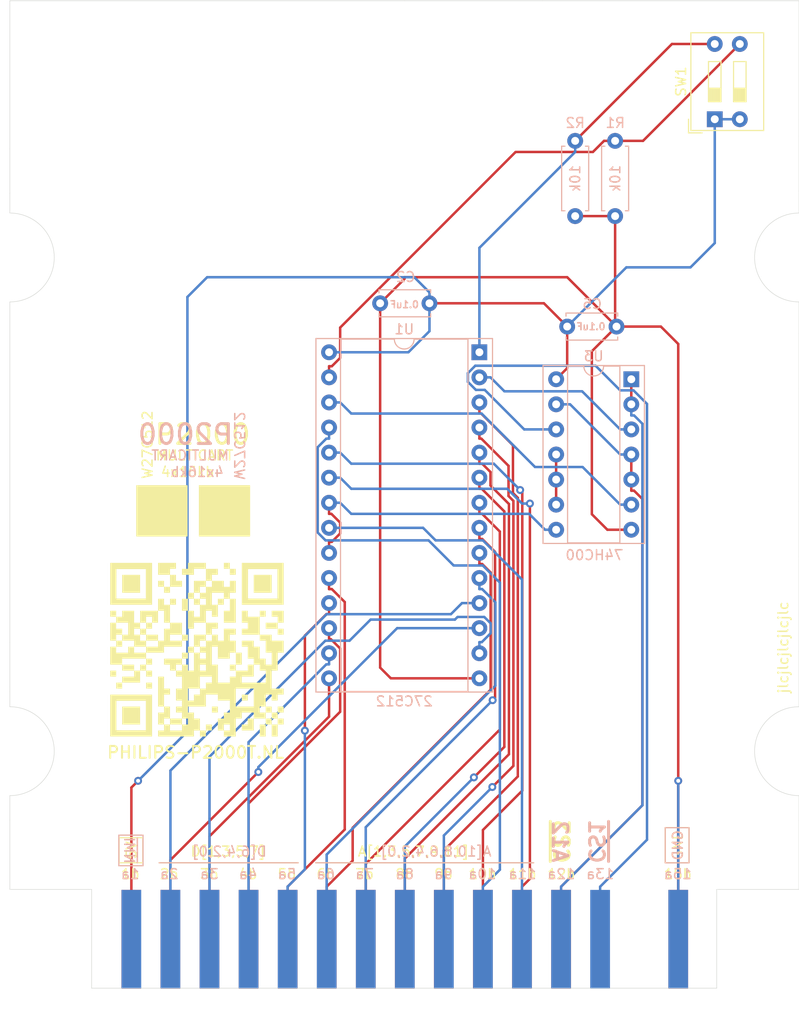
<source format=kicad_pcb>
(kicad_pcb (version 20221018) (generator pcbnew)
  (layers (0 "F.Cu" signal) (31 "B.Cu" signal) (34 "B.Paste" user) (35 "F.Paste" user) (36 "B.SilkS" user "B.Silkscreen") (37 "F.SilkS" user "F.Silkscreen") (38 "B.Mask" user) (39 "F.Mask" user) (44 "Edge.Cuts" user))
  (net 0 "")
  (net 1 "GND")
  (net 2 "+5V")
  (net 3 "D1")
  (net 4 "D3")
  (net 5 "D5")
  (net 6 "D7")
  (net 7 "A1")
  (net 8 "A3")
  (net 9 "A5")
  (net 10 "A7")
  (net 11 "A9")
  (net 12 "A11")
  (net 13 "A12")
  (net 14 "A10")
  (net 15 "A8")
  (net 16 "A6")
  (net 17 "A4")
  (net 18 "A2")
  (net 19 "A0")
  (net 20 "D6")
  (net 21 "D4")
  (net 22 "D2")
  (net 23 "D0")
  (net 24 "~{CARSEL1}")
  (net 25 "~{CARSEL2}")
  (net 26 "A12C")
  (net 27 "A14")
  (net 28 "A15")
  (net 29 "A13")
  (net 30 "~{CS}")
  (net 31 "~{NMI}")
  (net 32 "Net-(U3-Pad10)")
  (footprint "Button_Switch_THT:SW_DIP_SPSTx02_Slide_9.78x7.26mm_W7.62mm_P2.54mm" (layer "F.Cu") (at 114.607 56.145 90)
    (fp_text reference "SW1" (at 3.81 -3.42 90) (layer "F.SilkS"))
    (fp_text value "SW_DIP_x02")
    (pad "1" thru_hole rect (at 0 0 90) (size 1.6 1.6) (drill 0.8) (layers "*.Cu" "*.Mask") (net 2 "+5V"))
    (pad "2" thru_hole oval (at 0 2.54 90) (size 1.6 1.6) (drill 0.8) (layers "*.Cu" "*.Mask") (net 2 "+5V"))
    (pad "3" thru_hole oval (at 7.62 2.54 90) (size 1.6 1.6) (drill 0.8) (layers "*.Cu" "*.Mask") (net 27 "A14"))
    (pad "4" thru_hole oval (at 7.62 0 90) (size 1.6 1.6) (drill 0.8) (layers "*.Cu" "*.Mask") (net 28 "A15"))
  )
  (footprint "libs:qrcode" (layer "F.Cu") (at 62.103 109.855)
    (fp_text reference "G***" hide)
    (fp_text value "LOGO" hide)
  )
  (footprint "Package_DIP:DIP-14_W7.62mm_Socket" (layer "B.Cu") (at 106.147 82.477 180)
    (fp_text reference "U3" (at 3.81 2.33 180) (layer "B.SilkS") (effects (justify mirror)))
    (fp_text value "74HC00" (at 3.738 -17.808) (layer "B.SilkS") (effects (justify mirror)))
    (pad "1" thru_hole rect (at 0 0 180) (size 1.6 1.6) (drill 0.8) (layers "*.Cu" "*.Mask") (net 26 "A12C"))
    (pad "2" thru_hole oval (at 0 -2.54 180) (size 1.6 1.6) (drill 0.8) (layers "*.Cu" "*.Mask") (net 26 "A12C"))
    (pad "3" thru_hole oval (at 0 -5.08 180) (size 1.6 1.6) (drill 0.8) (layers "*.Cu" "*.Mask") (net 13 "A12"))
    (pad "4" thru_hole oval (at 0 -7.62 180) (size 1.6 1.6) (drill 0.8) (layers "*.Cu" "*.Mask") (net 25 "~{CARSEL2}"))
    (pad "5" thru_hole oval (at 0 -10.16 180) (size 1.6 1.6) (drill 0.8) (layers "*.Cu" "*.Mask") (net 25 "~{CARSEL2}"))
    (pad "6" thru_hole oval (at 0 -12.7 180) (size 1.6 1.6) (drill 0.8) (layers "*.Cu" "*.Mask") (net 29 "A13"))
    (pad "7" thru_hole oval (at 0 -15.24 180) (size 1.6 1.6) (drill 0.8) (layers "*.Cu" "*.Mask") (net 1 "GND"))
    (pad "8" thru_hole oval (at 7.62 -15.24 180) (size 1.6 1.6) (drill 0.8) (layers "*.Cu" "*.Mask") (net 30 "~{CS}"))
    (pad "9" thru_hole oval (at 7.62 -12.7 180) (size 1.6 1.6) (drill 0.8) (layers "*.Cu" "*.Mask") (net 32 "Net-(U3-Pad10)"))
    (pad "10" thru_hole oval (at 7.62 -10.16 180) (size 1.6 1.6) (drill 0.8) (layers "*.Cu" "*.Mask") (net 32 "Net-(U3-Pad10)"))
    (pad "11" thru_hole oval (at 7.62 -7.62 180) (size 1.6 1.6) (drill 0.8) (layers "*.Cu" "*.Mask") (net 32 "Net-(U3-Pad10)"))
    (pad "12" thru_hole oval (at 7.62 -5.08 180) (size 1.6 1.6) (drill 0.8) (layers "*.Cu" "*.Mask") (net 24 "~{CARSEL1}"))
    (pad "13" thru_hole oval (at 7.62 -2.54 180) (size 1.6 1.6) (drill 0.8) (layers "*.Cu" "*.Mask") (net 25 "~{CARSEL2}"))
    (pad "14" thru_hole oval (at 7.62 0 180) (size 1.6 1.6) (drill 0.8) (layers "*.Cu" "*.Mask") (net 2 "+5V"))
  )
  (footprint "Capacitor_THT:C_Disc_D5.0mm_W2.5mm_P5.00mm" (layer "B.Cu") (at 99.647 77.143)
    (fp_text reference "C5" (at 2.54 -2.286 180) (layer "B.SilkS") (effects (justify mirror)))
    (fp_text value "0.1uF" (at 2.413 0) (layer "B.SilkS") (effects (font (size 0.7 0.7)) (justify mirror)))
    (pad "1" thru_hole circle (at 0 0) (size 1.6 1.6) (drill 0.8) (layers "*.Cu" "*.Mask") (net 2 "+5V"))
    (pad "2" thru_hole circle (at 5 0) (size 1.6 1.6) (drill 0.8) (layers "*.Cu" "*.Mask") (net 1 "GND"))
  )
  (footprint "Capacitor_THT:C_Disc_D5.0mm_W2.5mm_P5.00mm" (layer "B.Cu") (at 85.685 74.785 180)
    (fp_text reference "C2" (at 2.413 2.667 180) (layer "B.SilkS") (effects (justify mirror)))
    (fp_text value "0.1uF" (at 2.54 -0.127) (layer "B.SilkS") (effects (font (size 0.7 0.7)) (justify mirror)))
    (pad "1" thru_hole circle (at 0 0 180) (size 1.6 1.6) (drill 0.8) (layers "*.Cu" "*.Mask") (net 2 "+5V"))
    (pad "2" thru_hole circle (at 5 0 180) (size 1.6 1.6) (drill 0.8) (layers "*.Cu" "*.Mask") (net 1 "GND"))
  )
  (footprint "p2000t_cartridge:p2000t_cartridge_edge" (layer "B.Cu") (at 83.185 139.192)
    (fp_text reference "J1")
    (fp_text value "P2000T_cartridge_edge")
    (pad "1a" smd rect (at -27.72 0) (size 2 10) (layers "B.Cu" "B.Paste" "B.Mask") (net 31 "~{NMI}"))
    (pad "1b" smd rect (at -27.72 0) (size 2 10) (layers "F.Cu" "F.Paste" "F.Mask") (net 2 "+5V"))
    (pad "2a" smd rect (at -23.76 0) (size 2 10) (layers "B.Cu" "B.Paste" "B.Mask") (net 23 "D0"))
    (pad "2b" smd rect (at -23.76 0) (size 2 10) (layers "F.Cu" "F.Paste" "F.Mask") (net 3 "D1"))
    (pad "3a" smd rect (at -19.8 0) (size 2 10) (layers "B.Cu" "B.Paste" "B.Mask") (net 22 "D2"))
    (pad "3b" smd rect (at -19.8 0) (size 2 10) (layers "F.Cu" "F.Paste" "F.Mask") (net 4 "D3"))
    (pad "4a" smd rect (at -15.84 0) (size 2 10) (layers "B.Cu" "B.Paste" "B.Mask") (net 21 "D4"))
    (pad "4b" smd rect (at -15.84 0) (size 2 10) (layers "F.Cu" "F.Paste" "F.Mask") (net 5 "D5"))
    (pad "5a" smd rect (at -11.88 0) (size 2 10) (layers "B.Cu" "B.Paste" "B.Mask") (net 20 "D6"))
    (pad "5b" smd rect (at -11.88 0) (size 2 10) (layers "F.Cu" "F.Paste" "F.Mask") (net 6 "D7"))
    (pad "6a" smd rect (at -7.92 0) (size 2 10) (layers "B.Cu" "B.Paste" "B.Mask") (net 19 "A0"))
    (pad "6b" smd rect (at -7.92 0) (size 2 10) (layers "F.Cu" "F.Paste" "F.Mask") (net 7 "A1"))
    (pad "7a" smd rect (at -3.96 0) (size 2 10) (layers "B.Cu" "B.Paste" "B.Mask") (net 18 "A2"))
    (pad "7b" smd rect (at -3.96 0) (size 2 10) (layers "F.Cu" "F.Paste" "F.Mask") (net 8 "A3"))
    (pad "8a" smd rect (at 0 0) (size 2 10) (layers "B.Cu" "B.Paste" "B.Mask") (net 17 "A4"))
    (pad "8b" smd rect (at 0 0) (size 2 10) (layers "F.Cu" "F.Paste" "F.Mask") (net 9 "A5"))
    (pad "9a" smd rect (at 3.96 0) (size 2 10) (layers "B.Cu" "B.Paste" "B.Mask") (net 16 "A6"))
    (pad "9b" smd rect (at 3.96 0) (size 2 10) (layers "F.Cu" "F.Paste" "F.Mask") (net 10 "A7"))
    (pad "10a" smd rect (at 7.92 0) (size 2 10) (layers "B.Cu" "B.Paste" "B.Mask") (net 15 "A8"))
    (pad "10b" smd rect (at 7.92 0) (size 2 10) (layers "F.Cu" "F.Paste" "F.Mask") (net 11 "A9"))
    (pad "11a" smd rect (at 11.88 0) (size 2 10) (layers "B.Cu" "B.Paste" "B.Mask") (net 14 "A10"))
    (pad "11b" smd rect (at 11.88 0) (size 2 10) (layers "F.Cu" "F.Paste" "F.Mask") (net 12 "A11"))
    (pad "12a" smd rect (at 15.84 0) (size 2 10) (layers "B.Cu" "B.Paste" "B.Mask") (net 26 "A12C"))
    (pad "12b" smd rect (at 15.84 0) (size 2 10) (layers "F.Cu" "F.Paste" "F.Mask") (net 25 "~{CARSEL2}"))
    (pad "13a" smd rect (at 19.8 0) (size 2 10) (layers "B.Cu" "B.Paste" "B.Mask") (net 24 "~{CARSEL1}"))
    (pad "15a" smd rect (at 27.72 0) (size 2 10) (layers "B.Cu" "B.Paste" "B.Mask") (net 1 "GND"))
    (pad "15b" smd rect (at 27.72 0) (size 2 10) (layers "F.Cu" "F.Paste" "F.Mask") (net 1 "GND"))
  )
  (footprint "Resistor_THT:R_Axial_DIN0207_L6.3mm_D2.5mm_P7.62mm_Horizontal" (layer "B.Cu") (at 100.457 65.955 90)
    (fp_text reference "R2" (at 9.44 0 180) (layer "B.SilkS") (effects (justify mirror)))
    (fp_text value "10k" (at 3.81 0 90) (layer "B.SilkS") (effects (justify mirror)))
    (pad "1" thru_hole circle (at 0 0 90) (size 1.6 1.6) (drill 0.8) (layers "*.Cu" "*.Mask") (net 1 "GND"))
    (pad "2" thru_hole oval (at 7.62 0 90) (size 1.6 1.6) (drill 0.8) (layers "*.Cu" "*.Mask") (net 28 "A15"))
  )
  (footprint "Resistor_THT:R_Axial_DIN0207_L6.3mm_D2.5mm_P7.62mm_Horizontal" (layer "B.Cu") (at 104.507 65.955 90)
    (fp_text reference "R1" (at 9.44 0.014 180) (layer "B.SilkS") (effects (justify mirror)))
    (fp_text value "10k" (at 3.81 0.014 90) (layer "B.SilkS") (effects (justify mirror)))
    (pad "1" thru_hole circle (at 0 0 90) (size 1.6 1.6) (drill 0.8) (layers "*.Cu" "*.Mask") (net 1 "GND"))
    (pad "2" thru_hole oval (at 7.62 0 90) (size 1.6 1.6) (drill 0.8) (layers "*.Cu" "*.Mask") (net 27 "A14"))
  )
  (footprint "Package_DIP:DIP-28_W15.24mm_Socket" (layer "B.Cu") (at 90.747 79.745 180)
    (fp_text reference "U1" (at 7.62 2.33) (layer "B.SilkS") (effects (justify mirror)))
    (fp_text value "27C512" (at 7.62 -35.35) (layer "B.SilkS") (effects (justify mirror)))
    (pad "1" thru_hole rect (at 0 0 180) (size 1.6 1.6) (drill 0.8) (layers "*.Cu" "*.Mask") (net 28 "A15"))
    (pad "2" thru_hole oval (at 0 -2.54 180) (size 1.6 1.6) (drill 0.8) (layers "*.Cu" "*.Mask") (net 13 "A12"))
    (pad "3" thru_hole oval (at 0 -5.08 180) (size 1.6 1.6) (drill 0.8) (layers "*.Cu" "*.Mask") (net 10 "A7"))
    (pad "4" thru_hole oval (at 0 -7.62 180) (size 1.6 1.6) (drill 0.8) (layers "*.Cu" "*.Mask") (net 16 "A6"))
    (pad "5" thru_hole oval (at 0 -10.16 180) (size 1.6 1.6) (drill 0.8) (layers "*.Cu" "*.Mask") (net 9 "A5"))
    (pad "6" thru_hole oval (at 0 -12.7 180) (size 1.6 1.6) (drill 0.8) (layers "*.Cu" "*.Mask") (net 17 "A4"))
    (pad "7" thru_hole oval (at 0 -15.24 180) (size 1.6 1.6) (drill 0.8) (layers "*.Cu" "*.Mask") (net 8 "A3"))
    (pad "8" thru_hole oval (at 0 -17.78 180) (size 1.6 1.6) (drill 0.8) (layers "*.Cu" "*.Mask") (net 18 "A2"))
    (pad "9" thru_hole oval (at 0 -20.32 180) (size 1.6 1.6) (drill 0.8) (layers "*.Cu" "*.Mask") (net 7 "A1"))
    (pad "10" thru_hole oval (at 0 -22.86 180) (size 1.6 1.6) (drill 0.8) (layers "*.Cu" "*.Mask") (net 19 "A0"))
    (pad "11" thru_hole oval (at 0 -25.4 180) (size 1.6 1.6) (drill 0.8) (layers "*.Cu" "*.Mask") (net 23 "D0"))
    (pad "12" thru_hole oval (at 0 -27.94 180) (size 1.6 1.6) (drill 0.8) (layers "*.Cu" "*.Mask") (net 3 "D1"))
    (pad "13" thru_hole oval (at 0 -30.48 180) (size 1.6 1.6) (drill 0.8) (layers "*.Cu" "*.Mask") (net 22 "D2"))
    (pad "14" thru_hole oval (at 0 -33.02 180) (size 1.6 1.6) (drill 0.8) (layers "*.Cu" "*.Mask") (net 1 "GND"))
    (pad "15" thru_hole oval (at 15.24 -33.02 180) (size 1.6 1.6) (drill 0.8) (layers "*.Cu" "*.Mask") (net 4 "D3"))
    (pad "16" thru_hole oval (at 15.24 -30.48 180) (size 1.6 1.6) (drill 0.8) (layers "*.Cu" "*.Mask") (net 21 "D4"))
    (pad "17" thru_hole oval (at 15.24 -27.94 180) (size 1.6 1.6) (drill 0.8) (layers "*.Cu" "*.Mask") (net 5 "D5"))
    (pad "18" thru_hole oval (at 15.24 -25.4 180) (size 1.6 1.6) (drill 0.8) (layers "*.Cu" "*.Mask") (net 20 "D6"))
    (pad "19" thru_hole oval (at 15.24 -22.86 180) (size 1.6 1.6) (drill 0.8) (layers "*.Cu" "*.Mask") (net 6 "D7"))
    (pad "20" thru_hole oval (at 15.24 -20.32 180) (size 1.6 1.6) (drill 0.8) (layers "*.Cu" "*.Mask") (net 30 "~{CS}"))
    (pad "21" thru_hole oval (at 15.24 -17.78 180) (size 1.6 1.6) (drill 0.8) (layers "*.Cu" "*.Mask") (net 14 "A10"))
    (pad "22" thru_hole oval (at 15.24 -15.24 180) (size 1.6 1.6) (drill 0.8) (layers "*.Cu" "*.Mask") (net 30 "~{CS}"))
    (pad "23" thru_hole oval (at 15.24 -12.7 180) (size 1.6 1.6) (drill 0.8) (layers "*.Cu" "*.Mask") (net 12 "A11"))
    (pad "24" thru_hole oval (at 15.24 -10.16 180) (size 1.6 1.6) (drill 0.8) (layers "*.Cu" "*.Mask") (net 11 "A9"))
    (pad "25" thru_hole oval (at 15.24 -7.62 180) (size 1.6 1.6) (drill 0.8) (layers "*.Cu" "*.Mask") (net 15 "A8"))
    (pad "26" thru_hole oval (at 15.24 -5.08 180) (size 1.6 1.6) (drill 0.8) (layers "*.Cu" "*.Mask") (net 29 "A13"))
    (pad "27" thru_hole oval (at 15.24 -2.54 180) (size 1.6 1.6) (drill 0.8) (layers "*.Cu" "*.Mask") (net 27 "A14"))
    (pad "28" thru_hole oval (at 15.24 0 180) (size 1.6 1.6) (drill 0.8) (layers "*.Cu" "*.Mask") (net 2 "+5V"))
  )
  (gr_line (start 96.251 131.445) (end 74.153 131.445) (stroke (width 0.12)) (layer "B.SilkS"))
  (gr_line (start 72.375 131.445) (end 58.278 131.445) (stroke (width 0.12)) (layer "B.SilkS"))
  (gr_line (start 54.197 131.745) (end 54.197 128.645) (stroke (width 0.12)) (layer "B.SilkS"))
  (gr_line (start 111.999 131.451) (end 109.586 131.451) (stroke (width 0.12)) (layer "B.SilkS"))
  (gr_line (start 111.999 127.895) (end 111.999 131.451) (stroke (width 0.12)) (layer "B.SilkS"))
  (gr_line (start 109.586 127.895) (end 111.999 127.895) (stroke (width 0.12)) (layer "B.SilkS"))
  (gr_line (start 109.586 131.451) (end 109.586 127.895) (stroke (width 0.12)) (layer "B.SilkS"))
  (gr_line (start 56.647 128.645) (end 56.647 131.745) (stroke (width 0.12)) (layer "B.SilkS"))
  (gr_line (start 56.647 131.745) (end 54.197 131.745) (stroke (width 0.12)) (layer "B.SilkS"))
  (gr_line (start 54.197 128.645) (end 56.647 128.645) (stroke (width 0.12)) (layer "B.SilkS"))
  (gr_line (start 54.214 128.905) (end 54.214 131.445) (stroke (width 0.12)) (layer "F.SilkS"))
  (gr_line (start 109.586 131.445) (end 111.999 131.445) (stroke (width 0.12)) (layer "F.SilkS"))
  (gr_line (start 109.586 127.889) (end 109.586 131.445) (stroke (width 0.12)) (layer "F.SilkS"))
  (gr_line (start 74.153 131.445) (end 96.251 131.445) (stroke (width 0.12)) (layer "F.SilkS"))
  (gr_line (start 58.278 131.445) (end 72.375 131.445) (stroke (width 0.12)) (layer "F.SilkS"))
  (gr_line (start 111.999 131.445) (end 111.999 127.889) (stroke (width 0.12)) (layer "F.SilkS"))
  (gr_line (start 56.627 131.445) (end 56.627 128.905) (stroke (width 0.12)) (layer "F.SilkS"))
  (gr_rect (start 62.367 93.265) (end 67.447 98.345) (stroke (width 0.12)) (fill solid) (layer "F.SilkS"))
  (gr_line (start 111.999 127.889) (end 109.586 127.889) (stroke (width 0.12)) (layer "F.SilkS"))
  (gr_line (start 54.214 131.445) (end 56.627 131.445) (stroke (width 0.12)) (layer "F.SilkS"))
  (gr_rect (start 56.017 93.265) (end 61.097 98.345) (stroke (width 0.12)) (fill solid) (layer "F.SilkS"))
  (gr_line (start 56.627 128.905) (end 54.214 128.905) (stroke (width 0.12)) (layer "F.SilkS"))
  (gr_line (start 43.147 63.645) (end 43.147 59.145) (stroke (width 0.05)) (layer "Edge.Cuts"))
  (gr_line (start 43.147 109.145) (end 43.147 113.645) (stroke (width 0.05)) (layer "Edge.Cuts"))
  (gr_arc (start 43.147 115.645) (mid 47.647 120.145) (end 43.147 124.645) (stroke (width 0.05)) (layer "Edge.Cuts"))
  (gr_line (start 43.147 114.145) (end 43.147 113.645) (stroke (width 0.05)) (layer "Edge.Cuts"))
  (gr_line (start 43.147 127.145) (end 43.147 124.645) (stroke (width 0.05)) (layer "Edge.Cuts"))
  (gr_line (start 43.147 115.645) (end 43.147 114.145) (stroke (width 0.05)) (layer "Edge.Cuts"))
  (gr_arc (start 43.147 65.645) (mid 47.647 70.145) (end 43.147 74.645) (stroke (width 0.05)) (layer "Edge.Cuts"))
  (gr_line (start 123.147 127.145) (end 123.147 124.645) (stroke (width 0.05)) (layer "Edge.Cuts"))
  (gr_line (start 43.147 109.145) (end 43.147 74.645) (stroke (width 0.05)) (layer "Edge.Cuts"))
  (gr_line (start 43.147 65.645) (end 43.147 63.645) (stroke (width 0.05)) (layer "Edge.Cuts"))
  (gr_line (start 123.147 134.145) (end 123.147 127.145) (stroke (width 0.05)) (layer "Edge.Cuts"))
  (gr_line (start 43.147 44.145) (end 43.147 59.145) (stroke (width 0.05)) (layer "Edge.Cuts"))
  (gr_line (start 43.147 134.145) (end 43.147 127.145) (stroke (width 0.05)) (layer "Edge.Cuts"))
  (gr_line (start 97.147 44.145) (end 83.147 44.145) (stroke (width 0.05)) (layer "Edge.Cuts"))
  (gr_line (start 123.147 74.745) (end 123.147 74.645) (stroke (width 0.05)) (layer "Edge.Cuts"))
  (gr_line (start 123.147 115.645) (end 123.147 110.045) (stroke (width 0.05)) (layer "Edge.Cuts"))
  (gr_line (start 123.147 100.457) (end 123.147001 94.845) (stroke (width 0.05)) (layer "Edge.Cuts"))
  (gr_line (start 123.147001 83.445001) (end 123.147 77.845) (stroke (width 0.05)) (layer "Edge.Cuts"))
  (gr_line (start 123.147 63.445) (end 123.147 57.845) (stroke (width 0.05)) (layer "Edge.Cuts"))
  (gr_line (start 114.808 134.145) (end 115.147 134.145) (stroke (width 0.05)) (layer "Edge.Cuts"))
  (gr_line (start 114.808 144.145) (end 51.435 144.145) (stroke (width 0.05)) (layer "Edge.Cuts"))
  (gr_line (start 51.147 134.145) (end 51.435 134.145) (stroke (width 0.05)) (layer "Edge.Cuts"))
  (gr_arc (start 123.147 74.645) (mid 118.647 70.145) (end 123.147 65.645) (stroke (width 0.05)) (layer "Edge.Cuts"))
  (gr_line (start 51.435 144.145) (end 51.435 134.145) (stroke (width 0.05)) (layer "Edge.Cuts"))
  (gr_line (start 97.147 44.145) (end 123.147 44.145) (stroke (width 0.05)) (layer "Edge.Cuts"))
  (gr_line (start 123.147 65.645) (end 123.147 63.445) (stroke (width 0.05)) (layer "Edge.Cuts"))
  (gr_line (start 123.147 74.745) (end 123.147 77.845) (stroke (width 0.05)) (layer "Edge.Cuts"))
  (gr_line (start 51.147 134.145) (end 43.147 134.145) (stroke (width 0.05)) (layer "Edge.Cuts"))
  (gr_line (start 83.147 44.145) (end 43.147 44.145) (stroke (width 0.05)) (layer "Edge.Cuts"))
  (gr_line (start 123.147 110.045) (end 123.147 100.457) (stroke (width 0.05)) (layer "Edge.Cuts"))
  (gr_line (start 114.808 144.145) (end 114.808 134.145) (stroke (width 0.05)) (layer "Edge.Cuts"))
  (gr_line (start 123.147001 83.445001) (end 123.147001 94.845) (stroke (width 0.05)) (layer "Edge.Cuts"))
  (gr_arc (start 123.147 124.645) (mid 118.647 120.145) (end 123.147 115.645) (stroke (width 0.05)) (layer "Edge.Cuts"))
  (gr_line (start 123.147 56.145) (end 123.147 57.845) (stroke (width 0.05)) (layer "Edge.Cuts"))
  (gr_line (start 115.147 134.145) (end 123.147 134.145) (stroke (width 0.05)) (layer "Edge.Cuts"))
  (gr_line (start 123.147 44.145) (end 123.147 56.145) (stroke (width 0.05)) (layer "Edge.Cuts"))
  (gr_text "15a" (at 110.856 132.588) (layer "B.SilkS") (effects (font (size 1 1)) (justify mirror)))
  (gr_text "~{CS1}" (at 102.601 129.286 -90) (layer "B.SilkS") (effects (font (size 1.5 1.5) (thickness 0.3)) (justify mirror)))
  (gr_text "A12" (at 98.918 129.286 -90) (layer "B.SilkS") (effects (font (size 1.5 1.5) (thickness 0.3)) (justify mirror)))
  (gr_text "A[10,8,6,4,2,0]" (at 86.345 130.302) (layer "B.SilkS") (effects (font (size 1 1)) (justify mirror)))
  (gr_text "D[6,4,2,0]" (at 65.39 130.302) (layer "B.SilkS") (effects (font (size 1 1)) (justify mirror)))
  (gr_text "1a" (at 55.344 132.588) (layer "B.SilkS") (effects (font (size 1 1)) (justify mirror)))
  (gr_text "~{NMI}" (at 55.247 130.195 270) (layer "B.SilkS") (effects (font (size 1 1)) (justify mirror)))
  (gr_text "GND" (at 110.856 129.673 90) (layer "B.SilkS") (effects (font (size 1 1)) (justify mirror)))
  (gr_text "P2000" (at 65.9654 88.071) (layer "B.SilkS") (effects (font (size 2 2) (thickness 0.3)) (justify left mirror)))
  (gr_text "4x16kb" (at 62.1338 91.8634) (layer "B.SilkS") (effects (font (size 1 1)) (justify mirror)))
  (gr_text "MULTICART" (at 61.4226 90.187) (layer "B.SilkS") (effects (font (size 1 1)) (justify mirror)))
  (gr_text "W27C512" (at 66.401 89.213 270) (layer "B.SilkS") (effects (font (size 1 1)) (justify mirror)))
  (gr_text "11a" (at 95.108 132.588) (layer "B.SilkS") (effects (font (size 1 1)) (justify mirror)))
  (gr_text "10a" (at 91.044 132.588) (layer "B.SilkS") (effects (font (size 1 1)) (justify mirror)))
  (gr_text "2a" (at 59.294 132.588) (layer "B.SilkS") (effects (font (size 1 1)) (justify mirror)))
  (gr_text "6a" (at 75.169 132.588) (layer "B.SilkS") (effects (font (size 1 1)) (justify mirror)))
  (gr_text "7a" (at 79.106 132.588) (layer "B.SilkS") (effects (font (size 1 1)) (justify mirror)))
  (gr_text "13a" (at 102.982 132.588) (layer "B.SilkS") (effects (font (size 1 1)) (justify mirror)))
  (gr_text "9a" (at 87.107 132.588) (layer "B.SilkS") (effects (font (size 1 1)) (justify mirror)))
  (gr_text "4a" (at 67.295 132.588) (layer "B.SilkS") (effects (font (size 1 1)) (justify mirror)))
  (gr_text "5a" (at 71.232 132.588) (layer "B.SilkS") (effects (font (size 1 1)) (justify mirror)))
  (gr_text "12a" (at 99.045 132.588) (layer "B.SilkS") (effects (font (size 1 1)) (justify mirror)))
  (gr_text "3a" (at 63.358 132.588) (layer "B.SilkS") (effects (font (size 1 1)) (justify mirror)))
  (gr_text "8a" (at 83.17 132.588) (layer "B.SilkS") (effects (font (size 1 1)) (justify mirror)))
  (gr_text "9b" (at 87.107 132.588) (layer "F.SilkS") (effects (font (size 1 1))))
  (gr_text "6b" (at 75.169 132.588) (layer "F.SilkS") (effects (font (size 1 1))))
  (gr_text "8b" (at 83.17 132.588) (layer "F.SilkS") (effects (font (size 1 1))))
  (gr_text "4b" (at 67.295 132.588) (layer "F.SilkS") (effects (font (size 1 1))))
  (gr_text "1b" (at 55.357 132.588) (layer "F.SilkS") (effects (font (size 1 1))))
  (gr_text "2b" (at 59.294 132.588) (layer "F.SilkS") (effects (font (size 1 1))))
  (gr_text "5b" (at 71.232 132.588) (layer "F.SilkS") (effects (font (size 1 1))))
  (gr_text "7b" (at 79.106 132.588) (layer "F.SilkS") (effects (font (size 1 1))))
  (gr_text "11b" (at 95.108 132.588) (layer "F.SilkS") (effects (font (size 1 1))))
  (gr_text "12b" (at 99.045 132.588) (layer "F.SilkS") (effects (font (size 1 1))))
  (gr_text "15b" (at 110.856 132.588) (layer "F.SilkS") (effects (font (size 1 1))))
  (gr_text "3b" (at 63.358 132.588) (layer "F.SilkS") (effects (font (size 1 1))))
  (gr_text "10b" (at 91.044 132.588) (layer "F.SilkS") (effects (font (size 1 1))))
  (gr_text "GND" (at 110.856 129.667 90) (layer "F.SilkS") (effects (font (size 1 1))))
  (gr_text "W27C512" (at 57.101 89.113 90) (layer "F.SilkS") (effects (font (size 1 1))))
  (gr_text "MULTICART" (at 61.8722 90.187) (layer "F.SilkS") (effects (font (size 1 1))))
  (gr_text "P2000" (at 57.688 88.062) (layer "F.SilkS") (effects (font (size 2 2) (thickness 0.3)) (justify left)))
  (gr_text "4x16kb" (at 61.161 91.8634) (layer "F.SilkS") (effects (font (size 1 1))))
  (gr_text "A[1,3,5,7,9,11]" (at 84.059 130.302) (layer "F.SilkS") (effects (font (size 1 1))))
  (gr_text "jlcjlcjlcjlcjlc" (at 121.547 109.645 90) (layer "F.SilkS") (effects (font (size 1 1))))
  (gr_text "~{CS2}" (at 99.172 129.286 90) (layer "F.SilkS") (effects (font (size 1.5 1.5) (thickness 0.3))))
  (gr_text "PHILIPS-P2000T.NL" (at 61.976 120.269) (layer "F.SilkS") (effects (font (size 1.2 1.2) (thickness 0.2))))
  (gr_text "5V" (at 55.484 130.175 90) (layer "F.SilkS") (effects (font (size 1 1))))
  (gr_text "D[1,3,5,7]" (at 65.263 130.302) (layer "F.SilkS") (effects (font (size 1 1))))
  (segment (start 81.767 112.765) (end 80.685 111.683) (width 0.25) (layer "F.Cu") (net 1))
  (segment (start 110.905 123.145) (end 110.905 78.903) (width 0.25) (layer "F.Cu") (net 1))
  (segment (start 83.147 72.145) (end 83.147 72.323) (width 0.25) (layer "F.Cu") (net 1))
  (segment (start 80.685 111.683) (end 80.685 74.785) (width 0.25) (layer "F.Cu") (net 1))
  (segment (start 110.905 139.192) (end 110.905 123.145) (width 0.25) (layer "F.Cu") (net 1))
  (segment (start 104.647 77.143) (end 102.147 79.643) (width 0.25) (layer "F.Cu") (net 1))
  (segment (start 102.147 79.643) (end 102.147 96.145) (width 0.25) (layer "F.Cu") (net 1))
  (segment (start 104.507 77.003) (end 104.647 77.143) (width 0.25) (layer "F.Cu") (net 1))
  (segment (start 103.719 97.717) (end 106.147 97.717) (width 0.25) (layer "F.Cu") (net 1))
  (segment (start 110.905 78.903) (end 109.145 77.143) (width 0.25) (layer "F.Cu") (net 1))
  (segment (start 102.147 96.145) (end 103.719 97.717) (width 0.25) (layer "F.Cu") (net 1))
  (segment (start 100.457 65.955) (end 104.507 65.955) (width 0.25) (layer "F.Cu") (net 1))
  (segment (start 104.507 65.955) (end 104.507 77.003) (width 0.25) (layer "F.Cu") (net 1))
  (segment (start 83.147 72.323) (end 80.685 74.785) (width 0.25) (layer "F.Cu") (net 1))
  (segment (start 109.145 77.143) (end 104.647 77.143) (width 0.25) (layer "F.Cu") (net 1))
  (segment (start 104.507 77.003) (end 99.649 72.145) (width 0.25) (layer "F.Cu") (net 1))
  (segment (start 90.747 112.765) (end 81.767 112.765) (width 0.25) (layer "F.Cu") (net 1))
  (segment (start 99.649 72.145) (end 83.147 72.145) (width 0.25) (layer "F.Cu") (net 1))
  (segment (start 104.647 77.143) (end 104.507 77.003) (width 0.25) (layer "F.Cu") (net 1))
  (via (at 110.905 123.145) (size 0.8) (drill 0.4) (layers "F.Cu" "B.Cu") (net 1))
  (segment (start 110.905 139.192) (end 110.905 123.145) (width 0.25) (layer "B.Cu") (net 1))
  (segment (start 99.647 77.143) (end 99.647 81.357) (width 0.25) (layer "F.Cu") (net 2))
  (segment (start 99.647 81.357) (end 98.527 82.477) (width 0.25) (layer "F.Cu") (net 2))
  (segment (start 85.685 74.785) (end 97.289 74.785) (width 0.25) (layer "F.Cu") (net 2))
  (segment (start 55.465 139.192) (end 55.465 123.827) (width 0.25) (layer "F.Cu") (net 2))
  (segment (start 55.465 123.827) (end 56.147 123.145) (width 0.25) (layer "F.Cu") (net 2))
  (segment (start 97.289 74.785) (end 99.647 77.143) (width 0.25) (layer "F.Cu") (net 2))
  (via (at 56.147 123.145) (size 0.8) (drill 0.4) (layers "F.Cu" "B.Cu") (net 2))
  (segment (start 85.685 77.607) (end 83.547 79.745) (width 0.25) (layer "B.Cu") (net 2))
  (segment (start 61.147 74.145) (end 63.147 72.145) (width 0.25) (layer "B.Cu") (net 2))
  (segment (start 114.607 56.145) (end 117.147 56.145) (width 0.25) (layer "B.Cu") (net 2))
  (segment (start 105.645 71.145) (end 112.147 71.145) (width 0.25) (layer "B.Cu") (net 2))
  (segment (start 99.647 77.143) (end 105.645 71.145) (width 0.25) (layer "B.Cu") (net 2))
  (segment (start 56.147 123.145) (end 61.147 118.145) (width 0.25) (layer "B.Cu") (net 2))
  (segment (start 61.147 118.145) (end 61.147 74.145) (width 0.25) (layer "B.Cu") (net 2))
  (segment (start 84.147 72.145) (end 85.685 73.683) (width 0.25) (layer "B.Cu") (net 2))
  (segment (start 85.685 74.785) (end 85.685 77.607) (width 0.25) (layer "B.Cu") (net 2))
  (segment (start 83.547 79.745) (end 75.507 79.745) (width 0.25) (layer "B.Cu") (net 2))
  (segment (start 114.607 68.685) (end 114.607 56.145) (width 0.25) (layer "B.Cu") (net 2))
  (segment (start 85.685 73.683) (end 85.685 74.785) (width 0.25) (layer "B.Cu") (net 2))
  (segment (start 63.147 72.145) (end 84.147 72.145) (width 0.25) (layer "B.Cu") (net 2))
  (segment (start 112.147 71.145) (end 114.607 68.685) (width 0.25) (layer "B.Cu") (net 2))
  (segment (start 68.3365 122.2522) (end 59.425 131.1637) (width 0.25) (layer "F.Cu") (net 3))
  (segment (start 59.425 131.1637) (end 59.425 139.192) (width 0.25) (layer "F.Cu") (net 3))
  (via (at 68.3365 122.2522) (size 0.8) (drill 0.4) (layers "F.Cu" "B.Cu") (net 3))
  (segment (start 68.3365 121.7572) (end 82.4087 107.685) (width 0.25) (layer "B.Cu") (net 3))
  (segment (start 68.3365 122.2522) (end 68.3365 121.7572) (width 0.25) (layer "B.Cu") (net 3))
  (segment (start 90.747 107.685) (end 89.6217 107.685) (width 0.25) (layer "B.Cu") (net 3))
  (segment (start 82.4087 107.685) (end 89.6217 107.685) (width 0.25) (layer "B.Cu") (net 3))
  (segment (start 75.507 116.6387) (end 75.507 113.8903) (width 0.25) (layer "F.Cu") (net 4))
  (segment (start 63.385 128.7607) (end 75.507 116.6387) (width 0.25) (layer "F.Cu") (net 4))
  (segment (start 75.507 112.765) (end 75.507 113.8903) (width 0.25) (layer "F.Cu") (net 4))
  (segment (start 63.385 139.192) (end 63.385 128.7607) (width 0.25) (layer "F.Cu") (net 4))
  (segment (start 67.345 125.4376) (end 76.6323 116.1503) (width 0.25) (layer "F.Cu") (net 5))
  (segment (start 75.507 107.685) (end 75.507 108.8103) (width 0.25) (layer "F.Cu") (net 5))
  (segment (start 76.6323 109.7428) (end 75.6998 108.8103) (width 0.25) (layer "F.Cu") (net 5))
  (segment (start 75.6998 108.8103) (end 75.507 108.8103) (width 0.25) (layer "F.Cu") (net 5))
  (segment (start 76.6323 116.1503) (end 76.6323 109.7428) (width 0.25) (layer "F.Cu") (net 5))
  (segment (start 67.345 139.192) (end 67.345 125.4376) (width 0.25) (layer "F.Cu") (net 5))
  (segment (start 77.0968 105.0387) (end 77.0968 128.0749) (width 0.25) (layer "F.Cu") (net 6))
  (segment (start 75.7884 103.7303) (end 77.0968 105.0387) (width 0.25) (layer "F.Cu") (net 6))
  (segment (start 75.507 103.7303) (end 75.7884 103.7303) (width 0.25) (layer "F.Cu") (net 6))
  (segment (start 77.0968 128.0749) (end 71.305 133.8667) (width 0.25) (layer "F.Cu") (net 6))
  (segment (start 75.507 102.605) (end 75.507 103.7303) (width 0.25) (layer "F.Cu") (net 6))
  (segment (start 71.305 139.192) (end 71.305 133.8667) (width 0.25) (layer "F.Cu") (net 6))
  (segment (start 91.8855 113.9152) (end 77.8996 127.9011) (width 0.25) (layer "F.Cu") (net 7))
  (segment (start 90.747 100.065) (end 90.747 101.1903) (width 0.25) (layer "F.Cu") (net 7))
  (segment (start 77.8996 131.2321) (end 75.265 133.8667) (width 0.25) (layer "F.Cu") (net 7))
  (segment (start 75.265 139.192) (end 75.265 133.8667) (width 0.25) (layer "F.Cu") (net 7))
  (segment (start 91.8855 102.0475) (end 91.8855 113.9152) (width 0.25) (layer "F.Cu") (net 7))
  (segment (start 77.8996 127.9011) (end 77.8996 131.2321) (width 0.25) (layer "F.Cu") (net 7))
  (segment (start 91.0283 101.1903) (end 91.8855 102.0475) (width 0.25) (layer "F.Cu") (net 7))
  (segment (start 90.747 101.1903) (end 91.0283 101.1903) (width 0.25) (layer "F.Cu") (net 7))
  (segment (start 91.0283 96.1103) (end 92.8181 97.9001) (width 0.25) (layer "F.Cu") (net 8))
  (segment (start 79.225 131.5494) (end 79.225 139.192) (width 0.25) (layer "F.Cu") (net 8))
  (segment (start 92.8181 97.9001) (end 92.8181 117.9563) (width 0.25) (layer "F.Cu") (net 8))
  (segment (start 92.8181 117.9563) (end 79.225 131.5494) (width 0.25) (layer "F.Cu") (net 8))
  (segment (start 90.747 94.985) (end 90.747 96.1103) (width 0.25) (layer "F.Cu") (net 8))
  (segment (start 90.747 96.1103) (end 91.0283 96.1103) (width 0.25) (layer "F.Cu") (net 8))
  (segment (start 90.747 91.0303) (end 91.0284 91.0303) (width 0.25) (layer "F.Cu") (net 9))
  (segment (start 91.8723 91.8742) (end 91.8723 93.2416) (width 0.25) (layer "F.Cu") (net 9))
  (segment (start 91.8723 93.2416) (end 93.7424 95.1117) (width 0.25) (layer "F.Cu") (net 9))
  (segment (start 93.7424 120.458) (end 83.185 131.0154) (width 0.25) (layer "F.Cu") (net 9))
  (segment (start 93.7424 95.1117) (end 93.7424 120.458) (width 0.25) (layer "F.Cu") (net 9))
  (segment (start 83.185 131.0154) (end 83.185 139.192) (width 0.25) (layer "F.Cu") (net 9))
  (segment (start 90.747 89.905) (end 90.747 91.0303) (width 0.25) (layer "F.Cu") (net 9))
  (segment (start 91.0284 91.0303) (end 91.8723 91.8742) (width 0.25) (layer "F.Cu") (net 9))
  (segment (start 94.1508 93.9967) (end 94.6431 94.489) (width 0.25) (layer "F.Cu") (net 10))
  (segment (start 94.6431 122.7032) (end 87.145 130.2013) (width 0.25) (layer "F.Cu") (net 10))
  (segment (start 94.1508 89.1714) (end 94.1508 93.9967) (width 0.25) (layer "F.Cu") (net 10))
  (segment (start 87.145 130.2013) (end 87.145 139.192) (width 0.25) (layer "F.Cu") (net 10))
  (segment (start 90.747 85.9503) (end 90.9297 85.9503) (width 0.25) (layer "F.Cu") (net 10))
  (segment (start 90.9297 85.9503) (end 94.1508 89.1714) (width 0.25) (layer "F.Cu") (net 10))
  (segment (start 90.747 84.825) (end 90.747 85.9503) (width 0.25) (layer "F.Cu") (net 10))
  (segment (start 94.6431 94.489) (end 94.6431 122.7032) (width 0.25) (layer "F.Cu") (net 10))
  (segment (start 95.0935 124.1385) (end 91.105 128.127) (width 0.25) (layer "F.Cu") (net 11))
  (segment (start 91.105 128.127) (end 91.105 139.192) (width 0.25) (layer "F.Cu") (net 11))
  (segment (start 95.0935 93.9137) (end 95.0935 124.1385) (width 0.25) (layer "F.Cu") (net 11))
  (segment (start 94.8761 93.6963) (end 95.0935 93.9137) (width 0.25) (layer "F.Cu") (net 11))
  (via (at 94.8761 93.6963) (size 0.8) (drill 0.4) (layers "F.Cu" "B.Cu") (net 11))
  (segment (start 92.2101 91.0303) (end 94.8761 93.6963) (width 0.25) (layer "B.Cu") (net 11))
  (segment (start 77.7576 91.0303) (end 92.2101 91.0303) (width 0.25) (layer "B.Cu") (net 11))
  (segment (start 76.6323 89.905) (end 77.7576 91.0303) (width 0.25) (layer "B.Cu") (net 11))
  (segment (start 75.507 89.905) (end 76.6323 89.905) (width 0.25) (layer "B.Cu") (net 11))
  (segment (start 95.8665 133.0652) (end 95.065 133.8667) (width 0.25) (layer "F.Cu") (net 12))
  (segment (start 95.8665 95.0648) (end 95.8665 133.0652) (width 0.25) (layer "F.Cu") (net 12))
  (segment (start 95.065 139.192) (end 95.065 133.8667) (width 0.25) (layer "F.Cu") (net 12))
  (via (at 95.8665 95.0648) (size 0.8) (drill 0.4) (layers "F.Cu" "B.Cu") (net 12))
  (segment (start 75.507 92.445) (end 76.6323 92.445) (width 0.25) (layer "B.Cu") (net 12))
  (segment (start 93.5734 93.5703) (end 95.0679 95.0648) (width 0.25) (layer "B.Cu") (net 12))
  (segment (start 76.6323 92.445) (end 77.7576 93.5703) (width 0.25) (layer "B.Cu") (net 12))
  (segment (start 77.7576 93.5703) (end 93.5734 93.5703) (width 0.25) (layer "B.Cu") (net 12))
  (segment (start 95.0679 95.0648) (end 95.8665 95.0648) (width 0.25) (layer "B.Cu") (net 12))
  (segment (start 106.147 87.557) (end 105.0217 87.557) (width 0.25) (layer "B.Cu") (net 13))
  (segment (start 105.0217 87.557) (end 101.1643 83.6996) (width 0.25) (layer "B.Cu") (net 13))
  (segment (start 101.1643 83.6996) (end 93.2869 83.6996) (width 0.25) (layer "B.Cu") (net 13))
  (segment (start 90.747 82.285) (end 91.8723 82.285) (width 0.25) (layer "B.Cu") (net 13))
  (segment (start 93.2869 83.6996) (end 91.8723 82.285) (width 0.25) (layer "B.Cu") (net 13))
  (segment (start 85.0373 97.525) (end 86.3073 98.795) (width 0.25) (layer "B.Cu") (net 14))
  (segment (start 95.065 102.759) (end 95.065 133.8667) (width 0.25) (layer "B.Cu") (net 14))
  (segment (start 95.065 139.192) (end 95.065 133.8667) (width 0.25) (layer "B.Cu") (net 14))
  (segment (start 86.3073 98.795) (end 91.101 98.795) (width 0.25) (layer "B.Cu") (net 14))
  (segment (start 91.101 98.795) (end 95.065 102.759) (width 0.25) (layer "B.Cu") (net 14))
  (segment (start 75.507 97.525) (end 85.0373 97.525) (width 0.25) (layer "B.Cu") (net 14))
  (segment (start 91.0848 101.335) (end 88.1336 101.335) (width 0.25) (layer "B.Cu") (net 15))
  (segment (start 75.2257 88.4903) (end 75.507 88.4903) (width 0.25) (layer "B.Cu") (net 15))
  (segment (start 85.5936 98.795) (end 75.15 98.795) (width 0.25) (layer "B.Cu") (net 15))
  (segment (start 92.8232 103.0734) (end 91.0848 101.335) (width 0.25) (layer "B.Cu") (net 15))
  (segment (start 75.507 87.365) (end 75.507 88.4903) (width 0.25) (layer "B.Cu") (net 15))
  (segment (start 91.105 133.8667) (end 92.8232 132.1485) (width 0.25) (layer "B.Cu") (net 15))
  (segment (start 74.3534 97.9984) (end 74.3534 89.3626) (width 0.25) (layer "B.Cu") (net 15))
  (segment (start 75.15 98.795) (end 74.3534 97.9984) (width 0.25) (layer "B.Cu") (net 15))
  (segment (start 88.1336 101.335) (end 85.5936 98.795) (width 0.25) (layer "B.Cu") (net 15))
  (segment (start 91.105 139.192) (end 91.105 133.8667) (width 0.25) (layer "B.Cu") (net 15))
  (segment (start 74.3534 89.3626) (end 75.2257 88.4903) (width 0.25) (layer "B.Cu") (net 15))
  (segment (start 92.8232 132.1485) (end 92.8232 103.0734) (width 0.25) (layer "B.Cu") (net 15))
  (segment (start 93.7005 91.2474) (end 93.7005 94.3032) (width 0.25) (layer "F.Cu") (net 16))
  (segment (start 90.747 88.4903) (end 90.9434 88.4903) (width 0.25) (layer "F.Cu") (net 16))
  (segment (start 93.7005 94.3032) (end 94.1928 94.7955) (width 0.25) (layer "F.Cu") (net 16))
  (segment (start 90.747 87.365) (end 90.747 88.4903) (width 0.25) (layer "F.Cu") (net 16))
  (segment (start 94.1928 121.636) (end 92.057 123.7718) (width 0.25) (layer "F.Cu") (net 16))
  (segment (start 94.1928 94.7955) (end 94.1928 121.636) (width 0.25) (layer "F.Cu") (net 16))
  (segment (start 90.9434 88.4903) (end 93.7005 91.2474) (width 0.25) (layer "F.Cu") (net 16))
  (via (at 92.057 123.7718) (size 0.8) (drill 0.4) (layers "F.Cu" "B.Cu") (net 16))
  (segment (start 87.145 139.192) (end 87.145 128.6838) (width 0.25) (layer "B.Cu") (net 16))
  (segment (start 87.145 128.6838) (end 92.057 123.7718) (width 0.25) (layer "B.Cu") (net 16))
  (segment (start 90.747 92.445) (end 90.747 93.5703) (width 0.25) (layer "F.Cu") (net 17))
  (segment (start 93.2728 119.7136) (end 90.1893 122.7971) (width 0.25) (layer "F.Cu") (net 17))
  (segment (start 90.747 93.5703) (end 90.9837 93.5703) (width 0.25) (layer "F.Cu") (net 17))
  (segment (start 90.9837 93.5703) (end 93.2728 95.8594) (width 0.25) (layer "F.Cu") (net 17))
  (segment (start 93.2728 95.8594) (end 93.2728 119.7136) (width 0.25) (layer "F.Cu") (net 17))
  (via (at 90.1893 122.7971) (size 0.8) (drill 0.4) (layers "F.Cu" "B.Cu") (net 17))
  (segment (start 90.1893 122.7971) (end 83.185 129.8014) (width 0.25) (layer "B.Cu") (net 17))
  (segment (start 83.185 129.8014) (end 83.185 139.192) (width 0.25) (layer "B.Cu") (net 17))
  (segment (start 92.3358 99.9578) (end 92.3358 114.735) (width 0.25) (layer "F.Cu") (net 18))
  (segment (start 90.747 97.525) (end 90.747 98.6503) (width 0.25) (layer "F.Cu") (net 18))
  (segment (start 90.747 98.6503) (end 91.0283 98.6503) (width 0.25) (layer "F.Cu") (net 18))
  (segment (start 92.3358 114.735) (end 92.0883 114.9825) (width 0.25) (layer "F.Cu") (net 18))
  (segment (start 91.0283 98.6503) (end 92.3358 99.9578) (width 0.25) (layer "F.Cu") (net 18))
  (via (at 92.0883 114.9825) (size 0.8) (drill 0.4) (layers "F.Cu" "B.Cu") (net 18))
  (segment (start 79.225 139.192) (end 79.225 127.8458) (width 0.25) (layer "B.Cu") (net 18))
  (segment (start 79.225 127.8458) (end 92.0883 114.9825) (width 0.25) (layer "B.Cu") (net 18))
  (segment (start 91.0283 103.7303) (end 92.3641 105.0661) (width 0.25) (layer "B.Cu") (net 19))
  (segment (start 92.3641 105.0661) (end 92.3641 113.5134) (width 0.25) (layer "B.Cu") (net 19))
  (segment (start 92.3641 113.5134) (end 75.265 130.6125) (width 0.25) (layer "B.Cu") (net 19))
  (segment (start 75.265 130.6125) (end 75.265 139.192) (width 0.25) (layer "B.Cu") (net 19))
  (segment (start 90.747 102.605) (end 90.747 103.7303) (width 0.25) (layer "B.Cu") (net 19))
  (segment (start 90.747 103.7303) (end 91.0283 103.7303) (width 0.25) (layer "B.Cu") (net 19))
  (segment (start 75.507 106.2703) (end 75.2257 106.2703) (width 0.25) (layer "F.Cu") (net 20))
  (segment (start 73.0551 108.4409) (end 73.0551 118.0648) (width 0.25) (layer "F.Cu") (net 20))
  (segment (start 75.2257 106.2703) (end 73.0551 108.4409) (width 0.25) (layer "F.Cu") (net 20))
  (segment (start 75.507 105.145) (end 75.507 106.2703) (width 0.25) (layer "F.Cu") (net 20))
  (via (at 73.0551 118.0648) (size 0.8) (drill 0.4) (layers "F.Cu" "B.Cu") (net 20))
  (segment (start 73.0551 132.1166) (end 71.305 133.8667) (width 0.25) (layer "B.Cu") (net 20))
  (segment (start 71.305 139.192) (end 71.305 133.8667) (width 0.25) (layer "B.Cu") (net 20))
  (segment (start 73.0551 118.0648) (end 73.0551 132.1166) (width 0.25) (layer "B.Cu") (net 20))
  (segment (start 75.507 111.3503) (end 75.2257 111.3503) (width 0.25) (layer "B.Cu") (net 21))
  (segment (start 67.345 119.231) (end 67.345 139.192) (width 0.25) (layer "B.Cu") (net 21))
  (segment (start 75.507 110.225) (end 75.507 111.3503) (width 0.25) (layer "B.Cu") (net 21))
  (segment (start 75.2257 111.3503) (end 67.345 119.231) (width 0.25) (layer "B.Cu") (net 21))
  (segment (start 90.9915 109.0997) (end 91.9138 108.1774) (width 0.25) (layer "B.Cu") (net 22))
  (segment (start 90.747 110.225) (end 90.747 109.0997) (width 0.25) (layer "B.Cu") (net 22))
  (segment (start 88.5333 106.5517) (end 88.2667 106.8183) (width 0.25) (layer "B.Cu") (net 22))
  (segment (start 88.2667 106.8183) (end 79.7172 106.8183) (width 0.25) (layer "B.Cu") (net 22))
  (segment (start 91.2424 106.5517) (end 88.5333 106.5517) (width 0.25) (layer "B.Cu") (net 22))
  (segment (start 63.385 120.6986) (end 63.385 139.192) (width 0.25) (layer "B.Cu") (net 22))
  (segment (start 90.747 109.0997) (end 90.9915 109.0997) (width 0.25) (layer "B.Cu") (net 22))
  (segment (start 79.7172 106.8183) (end 77.5805 108.955) (width 0.25) (layer "B.Cu") (net 22))
  (segment (start 75.1286 108.955) (end 63.385 120.6986) (width 0.25) (layer "B.Cu") (net 22))
  (segment (start 91.9138 108.1774) (end 91.9138 107.2231) (width 0.25) (layer "B.Cu") (net 22))
  (segment (start 77.5805 108.955) (end 75.1286 108.955) (width 0.25) (layer "B.Cu") (net 22))
  (segment (start 91.9138 107.2231) (end 91.2424 106.5517) (width 0.25) (layer "B.Cu") (net 22))
  (segment (start 89.6217 105.145) (end 88.9849 105.145) (width 0.25) (layer "B.Cu") (net 23))
  (segment (start 87.8596 106.2703) (end 75.2643 106.2703) (width 0.25) (layer "B.Cu") (net 23))
  (segment (start 90.747 105.145) (end 89.6217 105.145) (width 0.25) (layer "B.Cu") (net 23))
  (segment (start 59.425 122.1096) (end 59.425 139.192) (width 0.25) (layer "B.Cu") (net 23))
  (segment (start 88.9849 105.145) (end 87.8596 106.2703) (width 0.25) (layer "B.Cu") (net 23))
  (segment (start 75.2643 106.2703) (end 59.425 122.1096) (width 0.25) (layer "B.Cu") (net 23))
  (segment (start 107.7401 129.1116) (end 107.7401 84.9743) (width 0.25) (layer "B.Cu") (net 24))
  (segment (start 102.985 139.192) (end 102.985 133.8667) (width 0.25) (layer "B.Cu") (net 24))
  (segment (start 102.5254 81.1062) (end 90.3316 81.1062) (width 0.25) (layer "B.Cu") (net 24))
  (segment (start 95.2888 87.557) (end 98.527 87.557) (width 0.25) (layer "B.Cu") (net 24))
  (segment (start 105.0216 83.6024) (end 102.5254 81.1062) (width 0.25) (layer "B.Cu") (net 24))
  (segment (start 89.5805 81.8573) (end 89.5805 82.7451) (width 0.25) (layer "B.Cu") (net 24))
  (segment (start 91.2868 83.555) (end 95.2888 87.557) (width 0.25) (layer "B.Cu") (net 24))
  (segment (start 90.3904 83.555) (end 91.2868 83.555) (width 0.25) (layer "B.Cu") (net 24))
  (segment (start 89.5805 82.7451) (end 90.3904 83.555) (width 0.25) (layer "B.Cu") (net 24))
  (segment (start 102.985 133.8667) (end 107.7401 129.1116) (width 0.25) (layer "B.Cu") (net 24))
  (segment (start 90.3316 81.1062) (end 89.5805 81.8573) (width 0.25) (layer "B.Cu") (net 24))
  (segment (start 107.7401 84.9743) (end 106.3682 83.6024) (width 0.25) (layer "B.Cu") (net 24))
  (segment (start 106.3682 83.6024) (end 105.0216 83.6024) (width 0.25) (layer "B.Cu") (net 24))
  (segment (start 106.4284 93.7623) (end 106.147 93.7623) (width 0.25) (layer "F.Cu") (net 25))
  (segment (start 106.147 92.637) (end 106.147 90.097) (width 0.25) (layer "F.Cu") (net 25))
  (segment (start 99.025 133.8667) (end 107.2723 125.6194) (width 0.25) (layer "F.Cu") (net 25))
  (segment (start 107.2723 94.6062) (end 106.4284 93.7623) (width 0.25) (layer "F.Cu") (net 25))
  (segment (start 107.2723 125.6194) (end 107.2723 94.6062) (width 0.25) (layer "F.Cu") (net 25))
  (segment (start 99.025 139.192) (end 99.025 133.8667) (width 0.25) (layer "F.Cu") (net 25))
  (segment (start 106.147 92.637) (end 106.147 93.7623) (width 0.25) (layer "F.Cu") (net 25))
  (segment (start 99.9417 85.017) (end 105.0217 90.097) (width 0.25) (layer "B.Cu") (net 25))
  (segment (start 106.147 90.097) (end 105.0217 90.097) (width 0.25) (layer "B.Cu") (net 25))
  (segment (start 98.527 85.017) (end 99.9417 85.017) (width 0.25) (layer "B.Cu") (net 25))
  (segment (start 106.147 85.017) (end 106.147 82.477) (width 0.25) (layer "F.Cu") (net 26))
  (segment (start 107.2723 125.6194) (end 107.2723 86.9862) (width 0.25) (layer "B.Cu") (net 26))
  (segment (start 99.025 133.8667) (end 107.2723 125.6194) (width 0.25) (layer "B.Cu") (net 26))
  (segment (start 99.025 139.192) (end 99.025 133.8667) (width 0.25) (layer "B.Cu") (net 26))
  (segment (start 106.147 85.017) (end 106.147 86.1423) (width 0.25) (layer "B.Cu") (net 26))
  (segment (start 107.2723 86.9862) (end 106.4284 86.1423) (width 0.25) (layer "B.Cu") (net 26))
  (segment (start 106.4284 86.1423) (end 106.147 86.1423) (width 0.25) (layer "B.Cu") (net 26))
  (segment (start 103.3817 58.335) (end 102.2564 59.4603) (width 0.25) (layer "F.Cu") (net 27))
  (segment (start 104.507 58.335) (end 103.3817 58.335) (width 0.25) (layer "F.Cu") (net 27))
  (segment (start 94.4167 59.4603) (end 76.6323 77.2447) (width 0.25) (layer "F.Cu") (net 27))
  (segment (start 107.337 58.335) (end 117.147 48.525) (width 0.25) (layer "F.Cu") (net 27))
  (segment (start 102.2564 59.4603) (end 94.4167 59.4603) (width 0.25) (layer "F.Cu") (net 27))
  (segment (start 104.507 58.335) (end 107.337 58.335) (width 0.25) (layer "F.Cu") (net 27))
  (segment (start 75.507 82.285) (end 75.507 81.1597) (width 0.25) (layer "F.Cu") (net 27))
  (segment (start 75.7884 81.1597) (end 75.507 81.1597) (width 0.25) (layer "F.Cu") (net 27))
  (segment (start 76.6323 80.3158) (end 75.7884 81.1597) (width 0.25) (layer "F.Cu") (net 27))
  (segment (start 76.6323 77.2447) (end 76.6323 80.3158) (width 0.25) (layer "F.Cu") (net 27))
  (segment (start 110.267 48.525) (end 114.607 48.525) (width 0.25) (layer "F.Cu") (net 28))
  (segment (start 100.457 58.335) (end 110.267 48.525) (width 0.25) (layer "F.Cu") (net 28))
  (segment (start 100.457 58.335) (end 100.457 59.4603) (width 0.25) (layer "B.Cu") (net 28))
  (segment (start 100.457 59.4603) (end 90.747 69.1703) (width 0.25) (layer "B.Cu") (net 28))
  (segment (start 90.747 69.1703) (end 90.747 79.745) (width 0.25) (layer "B.Cu") (net 28))
  (segment (start 77.7576 85.9503) (end 90.9713 85.9503) (width 0.25) (layer "B.Cu") (net 29))
  (segment (start 106.147 95.177) (end 105.0217 95.177) (width 0.25) (layer "B.Cu") (net 29))
  (segment (start 76.6323 84.825) (end 77.7576 85.9503) (width 0.25) (layer "B.Cu") (net 29))
  (segment (start 101.2117 91.367) (end 105.0217 95.177) (width 0.25) (layer "B.Cu") (net 29))
  (segment (start 96.388 91.367) (end 101.2117 91.367) (width 0.25) (layer "B.Cu") (net 29))
  (segment (start 75.507 84.825) (end 76.6323 84.825) (width 0.25) (layer "B.Cu") (net 29))
  (segment (start 90.9713 85.9503) (end 96.388 91.367) (width 0.25) (layer "B.Cu") (net 29))
  (segment (start 75.507 100.065) (end 75.507 98.9397) (width 0.25) (layer "F.Cu") (net 30))
  (segment (start 76.6323 98.0958) (end 75.7884 98.9397) (width 0.25) (layer "F.Cu") (net 30))
  (segment (start 75.7441 96.1103) (end 76.6323 96.9985) (width 0.25) (layer "F.Cu") (net 30))
  (segment (start 75.7884 98.9397) (end 75.507 98.9397) (width 0.25) (layer "F.Cu") (net 30))
  (segment (start 75.507 94.985) (end 75.507 96.1103) (width 0.25) (layer "F.Cu") (net 30))
  (segment (start 76.6323 96.9985) (end 76.6323 98.0958) (width 0.25) (layer "F.Cu") (net 30))
  (segment (start 75.507 96.1103) (end 75.7441 96.1103) (width 0.25) (layer "F.Cu") (net 30))
  (segment (start 77.7576 96.1103) (end 95.795 96.1103) (width 0.25) (layer "B.Cu") (net 30))
  (segment (start 95.795 96.1103) (end 97.4017 97.717) (width 0.25) (layer "B.Cu") (net 30))
  (segment (start 75.507 94.985) (end 76.6323 94.985) (width 0.25) (layer "B.Cu") (net 30))
  (segment (start 98.527 97.717) (end 97.4017 97.717) (width 0.25) (layer "B.Cu") (net 30))
  (segment (start 76.6323 94.985) (end 77.7576 96.1103) (width 0.25) (layer "B.Cu") (net 30))
  (segment (start 98.527 92.637) (end 98.527 95.177) (width 0.25) (layer "F.Cu") (net 32))
  (segment (start 98.527 90.097) (end 98.527 92.637) (width 0.25) (layer "F.Cu") (net 32))
)
</source>
